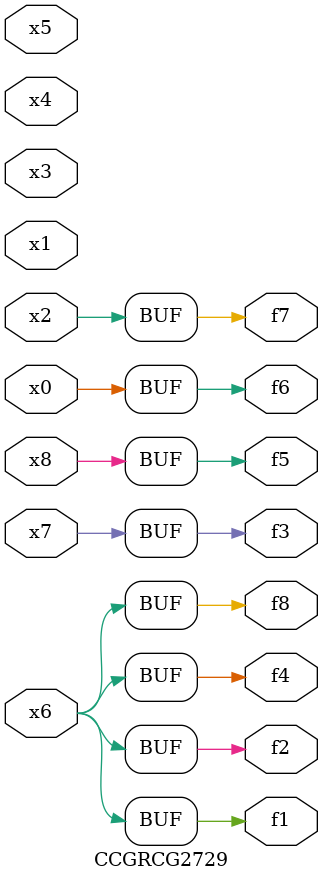
<source format=v>
module CCGRCG2729(
	input x0, x1, x2, x3, x4, x5, x6, x7, x8,
	output f1, f2, f3, f4, f5, f6, f7, f8
);
	assign f1 = x6;
	assign f2 = x6;
	assign f3 = x7;
	assign f4 = x6;
	assign f5 = x8;
	assign f6 = x0;
	assign f7 = x2;
	assign f8 = x6;
endmodule

</source>
